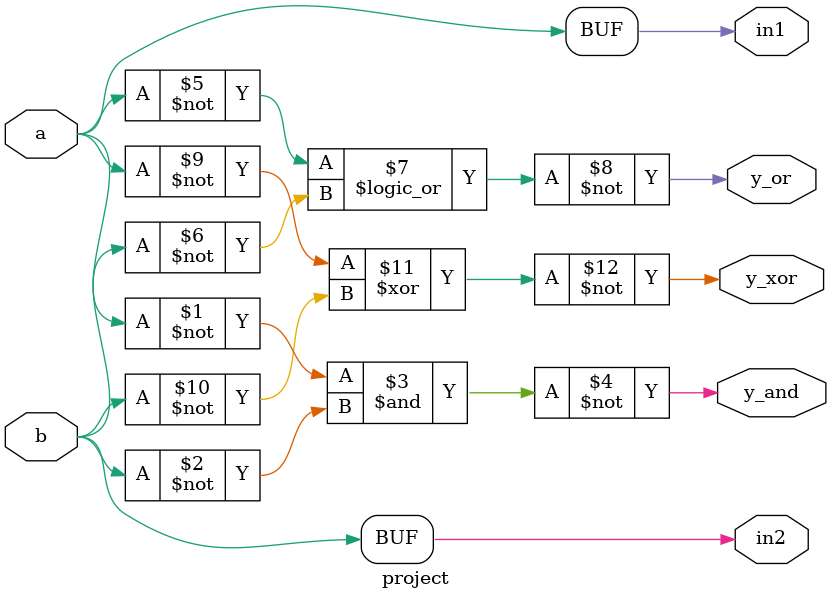
<source format=sv>

module project(
	input logic a,b,
	output logic in1, in2, y_and, y_or, y_xor
);

	assign in1=a;
	assign in2=b;
	assign y_and = ~(~a & ~b );
	assign y_or = ~(~a || ~b);
	assign y_xor = ~( ~a ^ ~b );
	
endmodule
</source>
